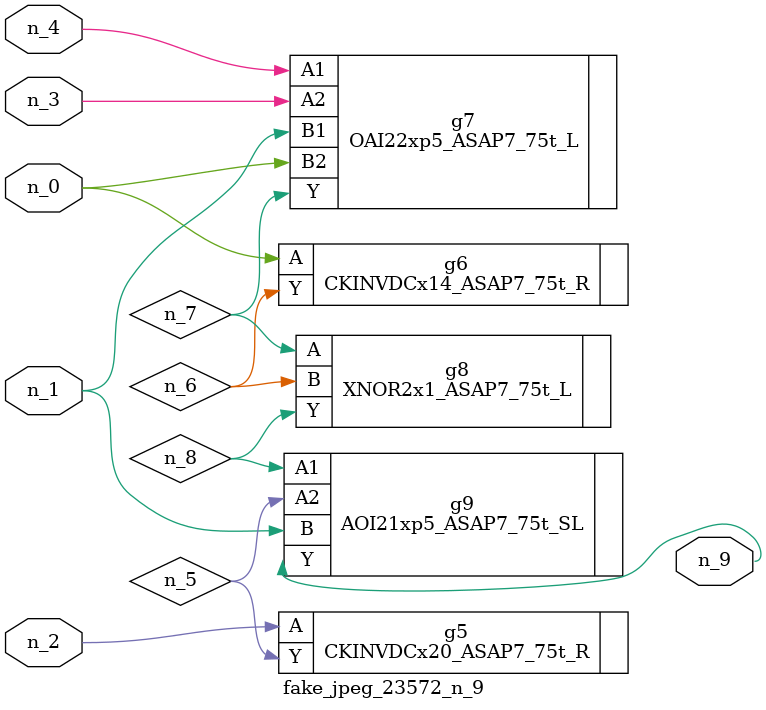
<source format=v>
module fake_jpeg_23572_n_9 (n_3, n_2, n_1, n_0, n_4, n_9);

input n_3;
input n_2;
input n_1;
input n_0;
input n_4;

output n_9;

wire n_8;
wire n_6;
wire n_5;
wire n_7;

CKINVDCx20_ASAP7_75t_R g5 ( 
.A(n_2),
.Y(n_5)
);

CKINVDCx14_ASAP7_75t_R g6 ( 
.A(n_0),
.Y(n_6)
);

OAI22xp5_ASAP7_75t_L g7 ( 
.A1(n_4),
.A2(n_3),
.B1(n_1),
.B2(n_0),
.Y(n_7)
);

XNOR2x1_ASAP7_75t_L g8 ( 
.A(n_7),
.B(n_6),
.Y(n_8)
);

AOI21xp5_ASAP7_75t_SL g9 ( 
.A1(n_8),
.A2(n_5),
.B(n_1),
.Y(n_9)
);


endmodule
</source>
